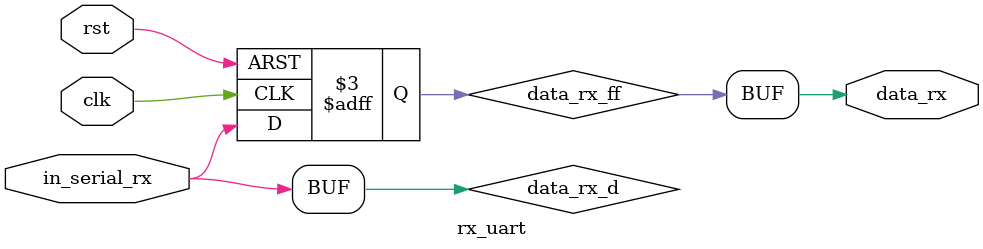
<source format=v>
module rx_uart(
    clk,
    rst,

    in_serial_rx,

    /*out_drive_rx,/*when receive is complete out_drive_rx will be driven high for one clock cycle*/
    
    data_rx
);

input clk, rst;
input in_serial_rx;
/*output out_drive_rx;*/
/*output [7:0] data_rx;*/
output data_rx;

reg data_rx_d, data_rx_ff;

always @(posedge clk or posedge rst) begin
    if(rst) begin
        data_rx_ff <= 0;
        //o_drive_rx_ff <= 0;
    end
    else begin
        data_rx_ff <= data_rx_d;
        //o_drive_rx_ff <= o_drive_rx_d;
    end
end

always @(*) begin
    //o_drive_rx_d = o_drive_rx_ff;
    data_rx_d = data_rx_ff;

    data_rx_d = in_serial_rx;
end

assign data_rx = data_rx_ff;

endmodule
</source>
